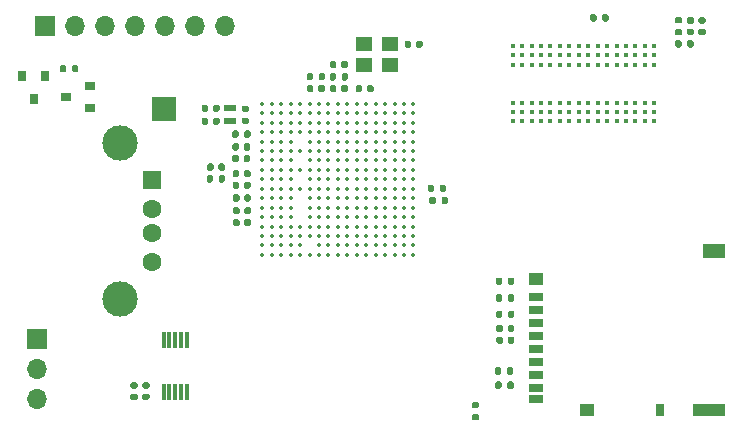
<source format=gbr>
%TF.GenerationSoftware,KiCad,Pcbnew,5.1.10-1.fc33*%
%TF.CreationDate,2021-08-29T12:40:12-07:00*%
%TF.ProjectId,hardware,68617264-7761-4726-952e-6b696361645f,rev?*%
%TF.SameCoordinates,Original*%
%TF.FileFunction,Soldermask,Top*%
%TF.FilePolarity,Negative*%
%FSLAX46Y46*%
G04 Gerber Fmt 4.6, Leading zero omitted, Abs format (unit mm)*
G04 Created by KiCad (PCBNEW 5.1.10-1.fc33) date 2021-08-29 12:40:12*
%MOMM*%
%LPD*%
G01*
G04 APERTURE LIST*
%ADD10R,0.800000X0.900000*%
%ADD11C,1.600000*%
%ADD12R,1.500000X1.600000*%
%ADD13C,3.000000*%
%ADD14R,0.900000X0.800000*%
%ADD15O,1.700000X1.700000*%
%ADD16R,1.700000X1.700000*%
%ADD17R,2.000000X2.000000*%
%ADD18R,0.300000X1.400000*%
%ADD19C,0.340000*%
%ADD20C,0.399500*%
%ADD21R,1.000000X0.500000*%
%ADD22R,1.400000X1.200000*%
%ADD23R,1.900000X1.300000*%
%ADD24R,2.800000X1.000000*%
%ADD25R,0.800000X1.000000*%
%ADD26R,1.200000X1.000000*%
%ADD27R,1.200000X0.700000*%
G04 APERTURE END LIST*
D10*
%TO.C,Q2*%
X89000000Y-102200000D03*
X88050000Y-100200000D03*
X89950000Y-100200000D03*
%TD*%
D11*
%TO.C,J2*%
X99000000Y-116000000D03*
X99000000Y-113500000D03*
X99000000Y-111500000D03*
D12*
X99000000Y-109000000D03*
D13*
X96290000Y-119070000D03*
X96290000Y-105930000D03*
%TD*%
D14*
%TO.C,Q1*%
X91750000Y-102000000D03*
X93750000Y-101050000D03*
X93750000Y-102950000D03*
%TD*%
D15*
%TO.C,J4*%
X89250000Y-127580000D03*
X89250000Y-125040000D03*
D16*
X89250000Y-122500000D03*
%TD*%
%TO.C,R25*%
G36*
G01*
X126215000Y-128840000D02*
X126585000Y-128840000D01*
G75*
G02*
X126720000Y-128975000I0J-135000D01*
G01*
X126720000Y-129245000D01*
G75*
G02*
X126585000Y-129380000I-135000J0D01*
G01*
X126215000Y-129380000D01*
G75*
G02*
X126080000Y-129245000I0J135000D01*
G01*
X126080000Y-128975000D01*
G75*
G02*
X126215000Y-128840000I135000J0D01*
G01*
G37*
G36*
G01*
X126215000Y-127820000D02*
X126585000Y-127820000D01*
G75*
G02*
X126720000Y-127955000I0J-135000D01*
G01*
X126720000Y-128225000D01*
G75*
G02*
X126585000Y-128360000I-135000J0D01*
G01*
X126215000Y-128360000D01*
G75*
G02*
X126080000Y-128225000I0J135000D01*
G01*
X126080000Y-127955000D01*
G75*
G02*
X126215000Y-127820000I135000J0D01*
G01*
G37*
%TD*%
%TO.C,R21*%
G36*
G01*
X129146900Y-119185000D02*
X129146900Y-118815000D01*
G75*
G02*
X129281900Y-118680000I135000J0D01*
G01*
X129551900Y-118680000D01*
G75*
G02*
X129686900Y-118815000I0J-135000D01*
G01*
X129686900Y-119185000D01*
G75*
G02*
X129551900Y-119320000I-135000J0D01*
G01*
X129281900Y-119320000D01*
G75*
G02*
X129146900Y-119185000I0J135000D01*
G01*
G37*
G36*
G01*
X128126900Y-119185000D02*
X128126900Y-118815000D01*
G75*
G02*
X128261900Y-118680000I135000J0D01*
G01*
X128531900Y-118680000D01*
G75*
G02*
X128666900Y-118815000I0J-135000D01*
G01*
X128666900Y-119185000D01*
G75*
G02*
X128531900Y-119320000I-135000J0D01*
G01*
X128261900Y-119320000D01*
G75*
G02*
X128126900Y-119185000I0J135000D01*
G01*
G37*
%TD*%
D17*
%TO.C,TP1*%
X100000000Y-103000000D03*
%TD*%
%TO.C,R7*%
G36*
G01*
X91760000Y-99415000D02*
X91760000Y-99785000D01*
G75*
G02*
X91625000Y-99920000I-135000J0D01*
G01*
X91355000Y-99920000D01*
G75*
G02*
X91220000Y-99785000I0J135000D01*
G01*
X91220000Y-99415000D01*
G75*
G02*
X91355000Y-99280000I135000J0D01*
G01*
X91625000Y-99280000D01*
G75*
G02*
X91760000Y-99415000I0J-135000D01*
G01*
G37*
G36*
G01*
X92780000Y-99415000D02*
X92780000Y-99785000D01*
G75*
G02*
X92645000Y-99920000I-135000J0D01*
G01*
X92375000Y-99920000D01*
G75*
G02*
X92240000Y-99785000I0J135000D01*
G01*
X92240000Y-99415000D01*
G75*
G02*
X92375000Y-99280000I135000J0D01*
G01*
X92645000Y-99280000D01*
G75*
G02*
X92780000Y-99415000I0J-135000D01*
G01*
G37*
%TD*%
D15*
%TO.C,J3*%
X105240000Y-96000000D03*
X102700000Y-96000000D03*
X100160000Y-96000000D03*
X97620000Y-96000000D03*
X95080000Y-96000000D03*
X92540000Y-96000000D03*
D16*
X90000000Y-96000000D03*
%TD*%
%TO.C,C11*%
G36*
G01*
X98670000Y-126700000D02*
X98330000Y-126700000D01*
G75*
G02*
X98190000Y-126560000I0J140000D01*
G01*
X98190000Y-126280000D01*
G75*
G02*
X98330000Y-126140000I140000J0D01*
G01*
X98670000Y-126140000D01*
G75*
G02*
X98810000Y-126280000I0J-140000D01*
G01*
X98810000Y-126560000D01*
G75*
G02*
X98670000Y-126700000I-140000J0D01*
G01*
G37*
G36*
G01*
X98670000Y-127660000D02*
X98330000Y-127660000D01*
G75*
G02*
X98190000Y-127520000I0J140000D01*
G01*
X98190000Y-127240000D01*
G75*
G02*
X98330000Y-127100000I140000J0D01*
G01*
X98670000Y-127100000D01*
G75*
G02*
X98810000Y-127240000I0J-140000D01*
G01*
X98810000Y-127520000D01*
G75*
G02*
X98670000Y-127660000I-140000J0D01*
G01*
G37*
%TD*%
%TO.C,C10*%
G36*
G01*
X97670000Y-126700000D02*
X97330000Y-126700000D01*
G75*
G02*
X97190000Y-126560000I0J140000D01*
G01*
X97190000Y-126280000D01*
G75*
G02*
X97330000Y-126140000I140000J0D01*
G01*
X97670000Y-126140000D01*
G75*
G02*
X97810000Y-126280000I0J-140000D01*
G01*
X97810000Y-126560000D01*
G75*
G02*
X97670000Y-126700000I-140000J0D01*
G01*
G37*
G36*
G01*
X97670000Y-127660000D02*
X97330000Y-127660000D01*
G75*
G02*
X97190000Y-127520000I0J140000D01*
G01*
X97190000Y-127240000D01*
G75*
G02*
X97330000Y-127100000I140000J0D01*
G01*
X97670000Y-127100000D01*
G75*
G02*
X97810000Y-127240000I0J-140000D01*
G01*
X97810000Y-127520000D01*
G75*
G02*
X97670000Y-127660000I-140000J0D01*
G01*
G37*
%TD*%
D18*
%TO.C,U3*%
X100000000Y-122550000D03*
X100500000Y-122550000D03*
X101000000Y-122550000D03*
X101500000Y-122550000D03*
X102000000Y-122550000D03*
X102000000Y-126950000D03*
X101500000Y-126950000D03*
X101000000Y-126950000D03*
X100500000Y-126950000D03*
X100000000Y-126950000D03*
%TD*%
%TO.C,R27*%
G36*
G01*
X123531600Y-110929000D02*
X123531600Y-110559000D01*
G75*
G02*
X123666600Y-110424000I135000J0D01*
G01*
X123936600Y-110424000D01*
G75*
G02*
X124071600Y-110559000I0J-135000D01*
G01*
X124071600Y-110929000D01*
G75*
G02*
X123936600Y-111064000I-135000J0D01*
G01*
X123666600Y-111064000D01*
G75*
G02*
X123531600Y-110929000I0J135000D01*
G01*
G37*
G36*
G01*
X122511600Y-110929000D02*
X122511600Y-110559000D01*
G75*
G02*
X122646600Y-110424000I135000J0D01*
G01*
X122916600Y-110424000D01*
G75*
G02*
X123051600Y-110559000I0J-135000D01*
G01*
X123051600Y-110929000D01*
G75*
G02*
X122916600Y-111064000I-135000J0D01*
G01*
X122646600Y-111064000D01*
G75*
G02*
X122511600Y-110929000I0J135000D01*
G01*
G37*
%TD*%
D19*
%TO.C,U2*%
X108357200Y-102566000D03*
X109157200Y-102566000D03*
X109957200Y-102566000D03*
X110757200Y-102566000D03*
X111557200Y-102566000D03*
X112357200Y-102566000D03*
X113157200Y-102566000D03*
X113957200Y-102566000D03*
X114757200Y-102566000D03*
X115557200Y-102566000D03*
X116357200Y-102566000D03*
X117157200Y-102566000D03*
X117957200Y-102566000D03*
X118757200Y-102566000D03*
X119557200Y-102566000D03*
X120357200Y-102566000D03*
X121157200Y-102566000D03*
X108357200Y-103366000D03*
X109157200Y-103366000D03*
X109957200Y-103366000D03*
X110757200Y-103366000D03*
X111557200Y-103366000D03*
X112357200Y-103366000D03*
X113157200Y-103366000D03*
X113957200Y-103366000D03*
X114757200Y-103366000D03*
X115557200Y-103366000D03*
X116357200Y-103366000D03*
X117157200Y-103366000D03*
X117957200Y-103366000D03*
X118757200Y-103366000D03*
X119557200Y-103366000D03*
X120357200Y-103366000D03*
X121157200Y-103366000D03*
X108357200Y-104166000D03*
X109157200Y-104166000D03*
X109957200Y-104166000D03*
X110757200Y-104166000D03*
X111557200Y-104166000D03*
X112357200Y-104166000D03*
X113157200Y-104166000D03*
X113957200Y-104166000D03*
X114757200Y-104166000D03*
X115557200Y-104166000D03*
X116357200Y-104166000D03*
X117157200Y-104166000D03*
X117957200Y-104166000D03*
X118757200Y-104166000D03*
X119557200Y-104166000D03*
X120357200Y-104166000D03*
X121157200Y-104166000D03*
X108357200Y-104966000D03*
X109157200Y-104966000D03*
X109957200Y-104966000D03*
X110757200Y-104966000D03*
X111557200Y-104966000D03*
X112357200Y-104966000D03*
X113157200Y-104966000D03*
X113957200Y-104966000D03*
X114757200Y-104966000D03*
X115557200Y-104966000D03*
X116357200Y-104966000D03*
X117157200Y-104966000D03*
X117957200Y-104966000D03*
X118757200Y-104966000D03*
X119557200Y-104966000D03*
X120357200Y-104966000D03*
X121157200Y-104966000D03*
X108357200Y-105766000D03*
X109157200Y-105766000D03*
X109957200Y-105766000D03*
X110757200Y-105766000D03*
X112357200Y-105766000D03*
X113157200Y-105766000D03*
X113957200Y-105766000D03*
X114757200Y-105766000D03*
X115557200Y-105766000D03*
X116357200Y-105766000D03*
X117157200Y-105766000D03*
X117957200Y-105766000D03*
X118757200Y-105766000D03*
X119557200Y-105766000D03*
X120357200Y-105766000D03*
X121157200Y-105766000D03*
X108357200Y-106566000D03*
X109157200Y-106566000D03*
X109957200Y-106566000D03*
X110757200Y-106566000D03*
X111557200Y-106566000D03*
X112357200Y-106566000D03*
X113157200Y-106566000D03*
X113957200Y-106566000D03*
X114757200Y-106566000D03*
X115557200Y-106566000D03*
X116357200Y-106566000D03*
X117157200Y-106566000D03*
X117957200Y-106566000D03*
X118757200Y-106566000D03*
X119557200Y-106566000D03*
X120357200Y-106566000D03*
X121157200Y-106566000D03*
X108357200Y-107366000D03*
X109157200Y-107366000D03*
X109957200Y-107366000D03*
X110757200Y-107366000D03*
X112357200Y-107366000D03*
X113157200Y-107366000D03*
X113957200Y-107366000D03*
X114757200Y-107366000D03*
X115557200Y-107366000D03*
X116357200Y-107366000D03*
X117157200Y-107366000D03*
X117957200Y-107366000D03*
X118757200Y-107366000D03*
X119557200Y-107366000D03*
X120357200Y-107366000D03*
X121157200Y-107366000D03*
X108357200Y-108166000D03*
X109157200Y-108166000D03*
X109957200Y-108166000D03*
X110757200Y-108166000D03*
X111557200Y-108166000D03*
X112357200Y-108166000D03*
X113157200Y-108166000D03*
X113957200Y-108166000D03*
X114757200Y-108166000D03*
X115557200Y-108166000D03*
X116357200Y-108166000D03*
X117157200Y-108166000D03*
X117957200Y-108166000D03*
X118757200Y-108166000D03*
X119557200Y-108166000D03*
X120357200Y-108166000D03*
X121157200Y-108166000D03*
X108357200Y-108966000D03*
X109157200Y-108966000D03*
X109957200Y-108966000D03*
X110757200Y-108966000D03*
X112357200Y-108966000D03*
X113157200Y-108966000D03*
X113957200Y-108966000D03*
X114757200Y-108966000D03*
X115557200Y-108966000D03*
X116357200Y-108966000D03*
X117157200Y-108966000D03*
X117957200Y-108966000D03*
X118757200Y-108966000D03*
X119557200Y-108966000D03*
X120357200Y-108966000D03*
X121157200Y-108966000D03*
X108357200Y-109766000D03*
X109157200Y-109766000D03*
X109957200Y-109766000D03*
X110757200Y-109766000D03*
X111557200Y-109766000D03*
X112357200Y-109766000D03*
X113157200Y-109766000D03*
X113957200Y-109766000D03*
X114757200Y-109766000D03*
X115557200Y-109766000D03*
X116357200Y-109766000D03*
X117157200Y-109766000D03*
X117957200Y-109766000D03*
X118757200Y-109766000D03*
X119557200Y-109766000D03*
X120357200Y-109766000D03*
X121157200Y-109766000D03*
X108357200Y-110566000D03*
X109157200Y-110566000D03*
X109957200Y-110566000D03*
X110757200Y-110566000D03*
X112357200Y-110566000D03*
X113157200Y-110566000D03*
X113957200Y-110566000D03*
X114757200Y-110566000D03*
X115557200Y-110566000D03*
X116357200Y-110566000D03*
X117157200Y-110566000D03*
X117957200Y-110566000D03*
X118757200Y-110566000D03*
X119557200Y-110566000D03*
X120357200Y-110566000D03*
X121157200Y-110566000D03*
X108357200Y-111366000D03*
X109157200Y-111366000D03*
X109957200Y-111366000D03*
X110757200Y-111366000D03*
X112357200Y-111366000D03*
X113157200Y-111366000D03*
X113957200Y-111366000D03*
X114757200Y-111366000D03*
X115557200Y-111366000D03*
X116357200Y-111366000D03*
X117157200Y-111366000D03*
X117957200Y-111366000D03*
X118757200Y-111366000D03*
X119557200Y-111366000D03*
X120357200Y-111366000D03*
X121157200Y-111366000D03*
X108357200Y-112166000D03*
X109157200Y-112166000D03*
X109957200Y-112166000D03*
X110757200Y-112166000D03*
X112357200Y-112166000D03*
X113157200Y-112166000D03*
X113957200Y-112166000D03*
X114757200Y-112166000D03*
X115557200Y-112166000D03*
X116357200Y-112166000D03*
X117157200Y-112166000D03*
X117957200Y-112166000D03*
X118757200Y-112166000D03*
X119557200Y-112166000D03*
X120357200Y-112166000D03*
X121157200Y-112166000D03*
X108357200Y-112966000D03*
X109157200Y-112966000D03*
X109957200Y-112966000D03*
X110757200Y-112966000D03*
X111557200Y-112966000D03*
X112357200Y-112966000D03*
X113157200Y-112966000D03*
X113957200Y-112966000D03*
X114757200Y-112966000D03*
X115557200Y-112966000D03*
X116357200Y-112966000D03*
X117157200Y-112966000D03*
X117957200Y-112966000D03*
X118757200Y-112966000D03*
X119557200Y-112966000D03*
X120357200Y-112966000D03*
X121157200Y-112966000D03*
X108357200Y-113766000D03*
X109157200Y-113766000D03*
X109957200Y-113766000D03*
X110757200Y-113766000D03*
X111557200Y-113766000D03*
X112357200Y-113766000D03*
X113157200Y-113766000D03*
X113957200Y-113766000D03*
X114757200Y-113766000D03*
X115557200Y-113766000D03*
X116357200Y-113766000D03*
X117157200Y-113766000D03*
X117957200Y-113766000D03*
X118757200Y-113766000D03*
X119557200Y-113766000D03*
X120357200Y-113766000D03*
X121157200Y-113766000D03*
X108357200Y-114566000D03*
X109157200Y-114566000D03*
X109957200Y-114566000D03*
X110757200Y-114566000D03*
X111557200Y-114566000D03*
X113157200Y-114566000D03*
X113957200Y-114566000D03*
X114757200Y-114566000D03*
X115557200Y-114566000D03*
X116357200Y-114566000D03*
X117157200Y-114566000D03*
X117957200Y-114566000D03*
X118757200Y-114566000D03*
X119557200Y-114566000D03*
X120357200Y-114566000D03*
X121157200Y-114566000D03*
X108357200Y-115366000D03*
X109157200Y-115366000D03*
X109957200Y-115366000D03*
X110757200Y-115366000D03*
X111557200Y-115366000D03*
X112357200Y-115366000D03*
X113157200Y-115366000D03*
X113957200Y-115366000D03*
X114757200Y-115366000D03*
X115557200Y-115366000D03*
X116357200Y-115366000D03*
X117157200Y-115366000D03*
X117957200Y-115366000D03*
X118757200Y-115366000D03*
X119557200Y-115366000D03*
X120357200Y-115366000D03*
X121157200Y-115366000D03*
%TD*%
D20*
%TO.C,U1*%
X141553200Y-97663200D03*
X141553200Y-98463200D03*
X141553200Y-99263200D03*
X141553200Y-102463200D03*
X141553200Y-103263200D03*
X141553200Y-104063200D03*
X140753200Y-97663200D03*
X140753200Y-98463200D03*
X140753200Y-99263200D03*
X140753200Y-102463200D03*
X140753200Y-103263200D03*
X140753200Y-104063200D03*
X139953200Y-97663200D03*
X139953200Y-98463200D03*
X139953200Y-99263200D03*
X139953200Y-102463200D03*
X139953200Y-103263200D03*
X139953200Y-104063200D03*
X139153200Y-97663200D03*
X139153200Y-98463200D03*
X139153200Y-99263200D03*
X139153200Y-102463200D03*
X139153200Y-103263200D03*
X139153200Y-104063200D03*
X138353200Y-97663200D03*
X138353200Y-98463200D03*
X138353200Y-99263200D03*
X138353200Y-102463200D03*
X138353200Y-103263200D03*
X138353200Y-104063200D03*
X137553200Y-97663200D03*
X137553200Y-98463200D03*
X137553200Y-99263200D03*
X137553200Y-102463200D03*
X137553200Y-103263200D03*
X137553200Y-104063200D03*
X136753200Y-97663200D03*
X136753200Y-98463200D03*
X136753200Y-99263200D03*
X136753200Y-102463200D03*
X136753200Y-103263200D03*
X136753200Y-104063200D03*
X135953200Y-97663200D03*
X135953200Y-98463200D03*
X135953200Y-99263200D03*
X135953200Y-102463200D03*
X135953200Y-103263200D03*
X135953200Y-104063200D03*
X135153200Y-97663200D03*
X135153200Y-98463200D03*
X135153200Y-99263200D03*
X135153200Y-102463200D03*
X135153200Y-103263200D03*
X135153200Y-104063200D03*
X134353200Y-97663200D03*
X134353200Y-98463200D03*
X134353200Y-99263200D03*
X134353200Y-102463200D03*
X134353200Y-103263200D03*
X134353200Y-104063200D03*
X133553200Y-97663200D03*
X133553200Y-98463200D03*
X133553200Y-99263200D03*
X133553200Y-102463200D03*
X133553200Y-103263200D03*
X133553200Y-104063200D03*
X132753200Y-97663200D03*
X132753200Y-98463200D03*
X132753200Y-99263200D03*
X132753200Y-102463200D03*
X132753200Y-103263200D03*
X132753200Y-104063200D03*
X131953200Y-97663200D03*
X131953200Y-98463200D03*
X131953200Y-99263200D03*
X131953200Y-102463200D03*
X131953200Y-103263200D03*
X131953200Y-104063200D03*
X131153200Y-97663200D03*
X131153200Y-98463200D03*
X131153200Y-99263200D03*
X131153200Y-102463200D03*
X131153200Y-103263200D03*
X131153200Y-104063200D03*
X130353200Y-97663200D03*
X130353200Y-98463200D03*
X130353200Y-99263200D03*
X130353200Y-102463200D03*
X130353200Y-103263200D03*
X130353200Y-104063200D03*
X129553200Y-97663200D03*
X129553200Y-98463200D03*
X129553200Y-99263200D03*
X129553200Y-102463200D03*
X129553200Y-103263200D03*
X129553200Y-104063200D03*
%TD*%
%TO.C,R28*%
G36*
G01*
X123379200Y-109913000D02*
X123379200Y-109543000D01*
G75*
G02*
X123514200Y-109408000I135000J0D01*
G01*
X123784200Y-109408000D01*
G75*
G02*
X123919200Y-109543000I0J-135000D01*
G01*
X123919200Y-109913000D01*
G75*
G02*
X123784200Y-110048000I-135000J0D01*
G01*
X123514200Y-110048000D01*
G75*
G02*
X123379200Y-109913000I0J135000D01*
G01*
G37*
G36*
G01*
X122359200Y-109913000D02*
X122359200Y-109543000D01*
G75*
G02*
X122494200Y-109408000I135000J0D01*
G01*
X122764200Y-109408000D01*
G75*
G02*
X122899200Y-109543000I0J-135000D01*
G01*
X122899200Y-109913000D01*
G75*
G02*
X122764200Y-110048000I-135000J0D01*
G01*
X122494200Y-110048000D01*
G75*
G02*
X122359200Y-109913000I0J135000D01*
G01*
G37*
%TD*%
%TO.C,C104*%
G36*
G01*
X106403800Y-108313400D02*
X106403800Y-108653400D01*
G75*
G02*
X106263800Y-108793400I-140000J0D01*
G01*
X105983800Y-108793400D01*
G75*
G02*
X105843800Y-108653400I0J140000D01*
G01*
X105843800Y-108313400D01*
G75*
G02*
X105983800Y-108173400I140000J0D01*
G01*
X106263800Y-108173400D01*
G75*
G02*
X106403800Y-108313400I0J-140000D01*
G01*
G37*
G36*
G01*
X107363800Y-108313400D02*
X107363800Y-108653400D01*
G75*
G02*
X107223800Y-108793400I-140000J0D01*
G01*
X106943800Y-108793400D01*
G75*
G02*
X106803800Y-108653400I0J140000D01*
G01*
X106803800Y-108313400D01*
G75*
G02*
X106943800Y-108173400I140000J0D01*
G01*
X107223800Y-108173400D01*
G75*
G02*
X107363800Y-108313400I0J-140000D01*
G01*
G37*
%TD*%
%TO.C,C103*%
G36*
G01*
X106403800Y-109304000D02*
X106403800Y-109644000D01*
G75*
G02*
X106263800Y-109784000I-140000J0D01*
G01*
X105983800Y-109784000D01*
G75*
G02*
X105843800Y-109644000I0J140000D01*
G01*
X105843800Y-109304000D01*
G75*
G02*
X105983800Y-109164000I140000J0D01*
G01*
X106263800Y-109164000D01*
G75*
G02*
X106403800Y-109304000I0J-140000D01*
G01*
G37*
G36*
G01*
X107363800Y-109304000D02*
X107363800Y-109644000D01*
G75*
G02*
X107223800Y-109784000I-140000J0D01*
G01*
X106943800Y-109784000D01*
G75*
G02*
X106803800Y-109644000I0J140000D01*
G01*
X106803800Y-109304000D01*
G75*
G02*
X106943800Y-109164000I140000J0D01*
G01*
X107223800Y-109164000D01*
G75*
G02*
X107363800Y-109304000I0J-140000D01*
G01*
G37*
%TD*%
%TO.C,C102*%
G36*
G01*
X104242260Y-107757140D02*
X104242260Y-108097140D01*
G75*
G02*
X104102260Y-108237140I-140000J0D01*
G01*
X103822260Y-108237140D01*
G75*
G02*
X103682260Y-108097140I0J140000D01*
G01*
X103682260Y-107757140D01*
G75*
G02*
X103822260Y-107617140I140000J0D01*
G01*
X104102260Y-107617140D01*
G75*
G02*
X104242260Y-107757140I0J-140000D01*
G01*
G37*
G36*
G01*
X105202260Y-107757140D02*
X105202260Y-108097140D01*
G75*
G02*
X105062260Y-108237140I-140000J0D01*
G01*
X104782260Y-108237140D01*
G75*
G02*
X104642260Y-108097140I0J140000D01*
G01*
X104642260Y-107757140D01*
G75*
G02*
X104782260Y-107617140I140000J0D01*
G01*
X105062260Y-107617140D01*
G75*
G02*
X105202260Y-107757140I0J-140000D01*
G01*
G37*
%TD*%
%TO.C,C101*%
G36*
G01*
X106429200Y-110370800D02*
X106429200Y-110710800D01*
G75*
G02*
X106289200Y-110850800I-140000J0D01*
G01*
X106009200Y-110850800D01*
G75*
G02*
X105869200Y-110710800I0J140000D01*
G01*
X105869200Y-110370800D01*
G75*
G02*
X106009200Y-110230800I140000J0D01*
G01*
X106289200Y-110230800D01*
G75*
G02*
X106429200Y-110370800I0J-140000D01*
G01*
G37*
G36*
G01*
X107389200Y-110370800D02*
X107389200Y-110710800D01*
G75*
G02*
X107249200Y-110850800I-140000J0D01*
G01*
X106969200Y-110850800D01*
G75*
G02*
X106829200Y-110710800I0J140000D01*
G01*
X106829200Y-110370800D01*
G75*
G02*
X106969200Y-110230800I140000J0D01*
G01*
X107249200Y-110230800D01*
G75*
G02*
X107389200Y-110370800I0J-140000D01*
G01*
G37*
%TD*%
%TO.C,C100*%
G36*
G01*
X106778400Y-106387720D02*
X106778400Y-106047720D01*
G75*
G02*
X106918400Y-105907720I140000J0D01*
G01*
X107198400Y-105907720D01*
G75*
G02*
X107338400Y-106047720I0J-140000D01*
G01*
X107338400Y-106387720D01*
G75*
G02*
X107198400Y-106527720I-140000J0D01*
G01*
X106918400Y-106527720D01*
G75*
G02*
X106778400Y-106387720I0J140000D01*
G01*
G37*
G36*
G01*
X105818400Y-106387720D02*
X105818400Y-106047720D01*
G75*
G02*
X105958400Y-105907720I140000J0D01*
G01*
X106238400Y-105907720D01*
G75*
G02*
X106378400Y-106047720I0J-140000D01*
G01*
X106378400Y-106387720D01*
G75*
G02*
X106238400Y-106527720I-140000J0D01*
G01*
X105958400Y-106527720D01*
G75*
G02*
X105818400Y-106387720I0J140000D01*
G01*
G37*
%TD*%
%TO.C,C98*%
G36*
G01*
X114638480Y-99077960D02*
X114638480Y-99417960D01*
G75*
G02*
X114498480Y-99557960I-140000J0D01*
G01*
X114218480Y-99557960D01*
G75*
G02*
X114078480Y-99417960I0J140000D01*
G01*
X114078480Y-99077960D01*
G75*
G02*
X114218480Y-98937960I140000J0D01*
G01*
X114498480Y-98937960D01*
G75*
G02*
X114638480Y-99077960I0J-140000D01*
G01*
G37*
G36*
G01*
X115598480Y-99077960D02*
X115598480Y-99417960D01*
G75*
G02*
X115458480Y-99557960I-140000J0D01*
G01*
X115178480Y-99557960D01*
G75*
G02*
X115038480Y-99417960I0J140000D01*
G01*
X115038480Y-99077960D01*
G75*
G02*
X115178480Y-98937960I140000J0D01*
G01*
X115458480Y-98937960D01*
G75*
G02*
X115598480Y-99077960I0J-140000D01*
G01*
G37*
%TD*%
%TO.C,C97*%
G36*
G01*
X121365680Y-97700920D02*
X121365680Y-97360920D01*
G75*
G02*
X121505680Y-97220920I140000J0D01*
G01*
X121785680Y-97220920D01*
G75*
G02*
X121925680Y-97360920I0J-140000D01*
G01*
X121925680Y-97700920D01*
G75*
G02*
X121785680Y-97840920I-140000J0D01*
G01*
X121505680Y-97840920D01*
G75*
G02*
X121365680Y-97700920I0J140000D01*
G01*
G37*
G36*
G01*
X120405680Y-97700920D02*
X120405680Y-97360920D01*
G75*
G02*
X120545680Y-97220920I140000J0D01*
G01*
X120825680Y-97220920D01*
G75*
G02*
X120965680Y-97360920I0J-140000D01*
G01*
X120965680Y-97700920D01*
G75*
G02*
X120825680Y-97840920I-140000J0D01*
G01*
X120545680Y-97840920D01*
G75*
G02*
X120405680Y-97700920I0J140000D01*
G01*
G37*
%TD*%
%TO.C,C96*%
G36*
G01*
X104177440Y-103131440D02*
X104177440Y-102791440D01*
G75*
G02*
X104317440Y-102651440I140000J0D01*
G01*
X104597440Y-102651440D01*
G75*
G02*
X104737440Y-102791440I0J-140000D01*
G01*
X104737440Y-103131440D01*
G75*
G02*
X104597440Y-103271440I-140000J0D01*
G01*
X104317440Y-103271440D01*
G75*
G02*
X104177440Y-103131440I0J140000D01*
G01*
G37*
G36*
G01*
X103217440Y-103131440D02*
X103217440Y-102791440D01*
G75*
G02*
X103357440Y-102651440I140000J0D01*
G01*
X103637440Y-102651440D01*
G75*
G02*
X103777440Y-102791440I0J-140000D01*
G01*
X103777440Y-103131440D01*
G75*
G02*
X103637440Y-103271440I-140000J0D01*
G01*
X103357440Y-103271440D01*
G75*
G02*
X103217440Y-103131440I0J140000D01*
G01*
G37*
%TD*%
%TO.C,C95*%
G36*
G01*
X104177440Y-104233800D02*
X104177440Y-103893800D01*
G75*
G02*
X104317440Y-103753800I140000J0D01*
G01*
X104597440Y-103753800D01*
G75*
G02*
X104737440Y-103893800I0J-140000D01*
G01*
X104737440Y-104233800D01*
G75*
G02*
X104597440Y-104373800I-140000J0D01*
G01*
X104317440Y-104373800D01*
G75*
G02*
X104177440Y-104233800I0J140000D01*
G01*
G37*
G36*
G01*
X103217440Y-104233800D02*
X103217440Y-103893800D01*
G75*
G02*
X103357440Y-103753800I140000J0D01*
G01*
X103637440Y-103753800D01*
G75*
G02*
X103777440Y-103893800I0J-140000D01*
G01*
X103777440Y-104233800D01*
G75*
G02*
X103637440Y-104373800I-140000J0D01*
G01*
X103357440Y-104373800D01*
G75*
G02*
X103217440Y-104233800I0J140000D01*
G01*
G37*
%TD*%
%TO.C,C94*%
G36*
G01*
X128737380Y-121426060D02*
X128737380Y-121766060D01*
G75*
G02*
X128597380Y-121906060I-140000J0D01*
G01*
X128317380Y-121906060D01*
G75*
G02*
X128177380Y-121766060I0J140000D01*
G01*
X128177380Y-121426060D01*
G75*
G02*
X128317380Y-121286060I140000J0D01*
G01*
X128597380Y-121286060D01*
G75*
G02*
X128737380Y-121426060I0J-140000D01*
G01*
G37*
G36*
G01*
X129697380Y-121426060D02*
X129697380Y-121766060D01*
G75*
G02*
X129557380Y-121906060I-140000J0D01*
G01*
X129277380Y-121906060D01*
G75*
G02*
X129137380Y-121766060I0J140000D01*
G01*
X129137380Y-121426060D01*
G75*
G02*
X129277380Y-121286060I140000J0D01*
G01*
X129557380Y-121286060D01*
G75*
G02*
X129697380Y-121426060I0J-140000D01*
G01*
G37*
%TD*%
%TO.C,C93*%
G36*
G01*
X128737380Y-122421740D02*
X128737380Y-122761740D01*
G75*
G02*
X128597380Y-122901740I-140000J0D01*
G01*
X128317380Y-122901740D01*
G75*
G02*
X128177380Y-122761740I0J140000D01*
G01*
X128177380Y-122421740D01*
G75*
G02*
X128317380Y-122281740I140000J0D01*
G01*
X128597380Y-122281740D01*
G75*
G02*
X128737380Y-122421740I0J-140000D01*
G01*
G37*
G36*
G01*
X129697380Y-122421740D02*
X129697380Y-122761740D01*
G75*
G02*
X129557380Y-122901740I-140000J0D01*
G01*
X129277380Y-122901740D01*
G75*
G02*
X129137380Y-122761740I0J140000D01*
G01*
X129137380Y-122421740D01*
G75*
G02*
X129277380Y-122281740I140000J0D01*
G01*
X129557380Y-122281740D01*
G75*
G02*
X129697380Y-122421740I0J-140000D01*
G01*
G37*
%TD*%
%TO.C,C78*%
G36*
G01*
X145430000Y-96200000D02*
X145770000Y-96200000D01*
G75*
G02*
X145910000Y-96340000I0J-140000D01*
G01*
X145910000Y-96620000D01*
G75*
G02*
X145770000Y-96760000I-140000J0D01*
G01*
X145430000Y-96760000D01*
G75*
G02*
X145290000Y-96620000I0J140000D01*
G01*
X145290000Y-96340000D01*
G75*
G02*
X145430000Y-96200000I140000J0D01*
G01*
G37*
G36*
G01*
X145430000Y-95240000D02*
X145770000Y-95240000D01*
G75*
G02*
X145910000Y-95380000I0J-140000D01*
G01*
X145910000Y-95660000D01*
G75*
G02*
X145770000Y-95800000I-140000J0D01*
G01*
X145430000Y-95800000D01*
G75*
G02*
X145290000Y-95660000I0J140000D01*
G01*
X145290000Y-95380000D01*
G75*
G02*
X145430000Y-95240000I140000J0D01*
G01*
G37*
%TD*%
%TO.C,C73*%
G36*
G01*
X116817800Y-101125200D02*
X116817800Y-101465200D01*
G75*
G02*
X116677800Y-101605200I-140000J0D01*
G01*
X116397800Y-101605200D01*
G75*
G02*
X116257800Y-101465200I0J140000D01*
G01*
X116257800Y-101125200D01*
G75*
G02*
X116397800Y-100985200I140000J0D01*
G01*
X116677800Y-100985200D01*
G75*
G02*
X116817800Y-101125200I0J-140000D01*
G01*
G37*
G36*
G01*
X117777800Y-101125200D02*
X117777800Y-101465200D01*
G75*
G02*
X117637800Y-101605200I-140000J0D01*
G01*
X117357800Y-101605200D01*
G75*
G02*
X117217800Y-101465200I0J140000D01*
G01*
X117217800Y-101125200D01*
G75*
G02*
X117357800Y-100985200I140000J0D01*
G01*
X117637800Y-100985200D01*
G75*
G02*
X117777800Y-101125200I0J-140000D01*
G01*
G37*
%TD*%
%TO.C,C33*%
G36*
G01*
X106378400Y-107043400D02*
X106378400Y-107383400D01*
G75*
G02*
X106238400Y-107523400I-140000J0D01*
G01*
X105958400Y-107523400D01*
G75*
G02*
X105818400Y-107383400I0J140000D01*
G01*
X105818400Y-107043400D01*
G75*
G02*
X105958400Y-106903400I140000J0D01*
G01*
X106238400Y-106903400D01*
G75*
G02*
X106378400Y-107043400I0J-140000D01*
G01*
G37*
G36*
G01*
X107338400Y-107043400D02*
X107338400Y-107383400D01*
G75*
G02*
X107198400Y-107523400I-140000J0D01*
G01*
X106918400Y-107523400D01*
G75*
G02*
X106778400Y-107383400I0J140000D01*
G01*
X106778400Y-107043400D01*
G75*
G02*
X106918400Y-106903400I140000J0D01*
G01*
X107198400Y-106903400D01*
G75*
G02*
X107338400Y-107043400I0J-140000D01*
G01*
G37*
%TD*%
%TO.C,C30*%
G36*
G01*
X106429200Y-112453600D02*
X106429200Y-112793600D01*
G75*
G02*
X106289200Y-112933600I-140000J0D01*
G01*
X106009200Y-112933600D01*
G75*
G02*
X105869200Y-112793600I0J140000D01*
G01*
X105869200Y-112453600D01*
G75*
G02*
X106009200Y-112313600I140000J0D01*
G01*
X106289200Y-112313600D01*
G75*
G02*
X106429200Y-112453600I0J-140000D01*
G01*
G37*
G36*
G01*
X107389200Y-112453600D02*
X107389200Y-112793600D01*
G75*
G02*
X107249200Y-112933600I-140000J0D01*
G01*
X106969200Y-112933600D01*
G75*
G02*
X106829200Y-112793600I0J140000D01*
G01*
X106829200Y-112453600D01*
G75*
G02*
X106969200Y-112313600I140000J0D01*
G01*
X107249200Y-112313600D01*
G75*
G02*
X107389200Y-112453600I0J-140000D01*
G01*
G37*
%TD*%
%TO.C,C29*%
G36*
G01*
X106429200Y-111463000D02*
X106429200Y-111803000D01*
G75*
G02*
X106289200Y-111943000I-140000J0D01*
G01*
X106009200Y-111943000D01*
G75*
G02*
X105869200Y-111803000I0J140000D01*
G01*
X105869200Y-111463000D01*
G75*
G02*
X106009200Y-111323000I140000J0D01*
G01*
X106289200Y-111323000D01*
G75*
G02*
X106429200Y-111463000I0J-140000D01*
G01*
G37*
G36*
G01*
X107389200Y-111463000D02*
X107389200Y-111803000D01*
G75*
G02*
X107249200Y-111943000I-140000J0D01*
G01*
X106969200Y-111943000D01*
G75*
G02*
X106829200Y-111803000I0J140000D01*
G01*
X106829200Y-111463000D01*
G75*
G02*
X106969200Y-111323000I140000J0D01*
G01*
X107249200Y-111323000D01*
G75*
G02*
X107389200Y-111463000I0J-140000D01*
G01*
G37*
%TD*%
%TO.C,C5*%
G36*
G01*
X115033400Y-101465200D02*
X115033400Y-101125200D01*
G75*
G02*
X115173400Y-100985200I140000J0D01*
G01*
X115453400Y-100985200D01*
G75*
G02*
X115593400Y-101125200I0J-140000D01*
G01*
X115593400Y-101465200D01*
G75*
G02*
X115453400Y-101605200I-140000J0D01*
G01*
X115173400Y-101605200D01*
G75*
G02*
X115033400Y-101465200I0J140000D01*
G01*
G37*
G36*
G01*
X114073400Y-101465200D02*
X114073400Y-101125200D01*
G75*
G02*
X114213400Y-100985200I140000J0D01*
G01*
X114493400Y-100985200D01*
G75*
G02*
X114633400Y-101125200I0J-140000D01*
G01*
X114633400Y-101465200D01*
G75*
G02*
X114493400Y-101605200I-140000J0D01*
G01*
X114213400Y-101605200D01*
G75*
G02*
X114073400Y-101465200I0J140000D01*
G01*
G37*
%TD*%
%TO.C,C4*%
G36*
G01*
X113090300Y-101465200D02*
X113090300Y-101125200D01*
G75*
G02*
X113230300Y-100985200I140000J0D01*
G01*
X113510300Y-100985200D01*
G75*
G02*
X113650300Y-101125200I0J-140000D01*
G01*
X113650300Y-101465200D01*
G75*
G02*
X113510300Y-101605200I-140000J0D01*
G01*
X113230300Y-101605200D01*
G75*
G02*
X113090300Y-101465200I0J140000D01*
G01*
G37*
G36*
G01*
X112130300Y-101465200D02*
X112130300Y-101125200D01*
G75*
G02*
X112270300Y-100985200I140000J0D01*
G01*
X112550300Y-100985200D01*
G75*
G02*
X112690300Y-101125200I0J-140000D01*
G01*
X112690300Y-101465200D01*
G75*
G02*
X112550300Y-101605200I-140000J0D01*
G01*
X112270300Y-101605200D01*
G75*
G02*
X112130300Y-101465200I0J140000D01*
G01*
G37*
%TD*%
%TO.C,C1*%
G36*
G01*
X144430000Y-96200000D02*
X144770000Y-96200000D01*
G75*
G02*
X144910000Y-96340000I0J-140000D01*
G01*
X144910000Y-96620000D01*
G75*
G02*
X144770000Y-96760000I-140000J0D01*
G01*
X144430000Y-96760000D01*
G75*
G02*
X144290000Y-96620000I0J140000D01*
G01*
X144290000Y-96340000D01*
G75*
G02*
X144430000Y-96200000I140000J0D01*
G01*
G37*
G36*
G01*
X144430000Y-95240000D02*
X144770000Y-95240000D01*
G75*
G02*
X144910000Y-95380000I0J-140000D01*
G01*
X144910000Y-95660000D01*
G75*
G02*
X144770000Y-95800000I-140000J0D01*
G01*
X144430000Y-95800000D01*
G75*
G02*
X144290000Y-95660000I0J140000D01*
G01*
X144290000Y-95380000D01*
G75*
G02*
X144430000Y-95240000I140000J0D01*
G01*
G37*
%TD*%
D21*
%TO.C,Y2*%
X105640840Y-102960160D03*
X105640840Y-104060160D03*
%TD*%
%TO.C,R32*%
G36*
G01*
X104659400Y-109100200D02*
X104659400Y-108730200D01*
G75*
G02*
X104794400Y-108595200I135000J0D01*
G01*
X105064400Y-108595200D01*
G75*
G02*
X105199400Y-108730200I0J-135000D01*
G01*
X105199400Y-109100200D01*
G75*
G02*
X105064400Y-109235200I-135000J0D01*
G01*
X104794400Y-109235200D01*
G75*
G02*
X104659400Y-109100200I0J135000D01*
G01*
G37*
G36*
G01*
X103639400Y-109100200D02*
X103639400Y-108730200D01*
G75*
G02*
X103774400Y-108595200I135000J0D01*
G01*
X104044400Y-108595200D01*
G75*
G02*
X104179400Y-108730200I0J-135000D01*
G01*
X104179400Y-109100200D01*
G75*
G02*
X104044400Y-109235200I-135000J0D01*
G01*
X103774400Y-109235200D01*
G75*
G02*
X103639400Y-109100200I0J135000D01*
G01*
G37*
%TD*%
%TO.C,R31*%
G36*
G01*
X106351100Y-104958300D02*
X106351100Y-105328300D01*
G75*
G02*
X106216100Y-105463300I-135000J0D01*
G01*
X105946100Y-105463300D01*
G75*
G02*
X105811100Y-105328300I0J135000D01*
G01*
X105811100Y-104958300D01*
G75*
G02*
X105946100Y-104823300I135000J0D01*
G01*
X106216100Y-104823300D01*
G75*
G02*
X106351100Y-104958300I0J-135000D01*
G01*
G37*
G36*
G01*
X107371100Y-104958300D02*
X107371100Y-105328300D01*
G75*
G02*
X107236100Y-105463300I-135000J0D01*
G01*
X106966100Y-105463300D01*
G75*
G02*
X106831100Y-105328300I0J135000D01*
G01*
X106831100Y-104958300D01*
G75*
G02*
X106966100Y-104823300I135000J0D01*
G01*
X107236100Y-104823300D01*
G75*
G02*
X107371100Y-104958300I0J-135000D01*
G01*
G37*
%TD*%
%TO.C,R29*%
G36*
G01*
X107113920Y-103265000D02*
X106743920Y-103265000D01*
G75*
G02*
X106608920Y-103130000I0J135000D01*
G01*
X106608920Y-102860000D01*
G75*
G02*
X106743920Y-102725000I135000J0D01*
G01*
X107113920Y-102725000D01*
G75*
G02*
X107248920Y-102860000I0J-135000D01*
G01*
X107248920Y-103130000D01*
G75*
G02*
X107113920Y-103265000I-135000J0D01*
G01*
G37*
G36*
G01*
X107113920Y-104285000D02*
X106743920Y-104285000D01*
G75*
G02*
X106608920Y-104150000I0J135000D01*
G01*
X106608920Y-103880000D01*
G75*
G02*
X106743920Y-103745000I135000J0D01*
G01*
X107113920Y-103745000D01*
G75*
G02*
X107248920Y-103880000I0J-135000D01*
G01*
X107248920Y-104150000D01*
G75*
G02*
X107113920Y-104285000I-135000J0D01*
G01*
G37*
%TD*%
D22*
%TO.C,Y1*%
X116933800Y-97549600D03*
X119133800Y-97549600D03*
X119133800Y-99249600D03*
X116933800Y-99249600D03*
%TD*%
%TO.C,R24*%
G36*
G01*
X129096100Y-126585000D02*
X129096100Y-126215000D01*
G75*
G02*
X129231100Y-126080000I135000J0D01*
G01*
X129501100Y-126080000D01*
G75*
G02*
X129636100Y-126215000I0J-135000D01*
G01*
X129636100Y-126585000D01*
G75*
G02*
X129501100Y-126720000I-135000J0D01*
G01*
X129231100Y-126720000D01*
G75*
G02*
X129096100Y-126585000I0J135000D01*
G01*
G37*
G36*
G01*
X128076100Y-126585000D02*
X128076100Y-126215000D01*
G75*
G02*
X128211100Y-126080000I135000J0D01*
G01*
X128481100Y-126080000D01*
G75*
G02*
X128616100Y-126215000I0J-135000D01*
G01*
X128616100Y-126585000D01*
G75*
G02*
X128481100Y-126720000I-135000J0D01*
G01*
X128211100Y-126720000D01*
G75*
G02*
X128076100Y-126585000I0J135000D01*
G01*
G37*
%TD*%
%TO.C,R23*%
G36*
G01*
X129083400Y-125385000D02*
X129083400Y-125015000D01*
G75*
G02*
X129218400Y-124880000I135000J0D01*
G01*
X129488400Y-124880000D01*
G75*
G02*
X129623400Y-125015000I0J-135000D01*
G01*
X129623400Y-125385000D01*
G75*
G02*
X129488400Y-125520000I-135000J0D01*
G01*
X129218400Y-125520000D01*
G75*
G02*
X129083400Y-125385000I0J135000D01*
G01*
G37*
G36*
G01*
X128063400Y-125385000D02*
X128063400Y-125015000D01*
G75*
G02*
X128198400Y-124880000I135000J0D01*
G01*
X128468400Y-124880000D01*
G75*
G02*
X128603400Y-125015000I0J-135000D01*
G01*
X128603400Y-125385000D01*
G75*
G02*
X128468400Y-125520000I-135000J0D01*
G01*
X128198400Y-125520000D01*
G75*
G02*
X128063400Y-125385000I0J135000D01*
G01*
G37*
%TD*%
%TO.C,R22*%
G36*
G01*
X129159600Y-120585000D02*
X129159600Y-120215000D01*
G75*
G02*
X129294600Y-120080000I135000J0D01*
G01*
X129564600Y-120080000D01*
G75*
G02*
X129699600Y-120215000I0J-135000D01*
G01*
X129699600Y-120585000D01*
G75*
G02*
X129564600Y-120720000I-135000J0D01*
G01*
X129294600Y-120720000D01*
G75*
G02*
X129159600Y-120585000I0J135000D01*
G01*
G37*
G36*
G01*
X128139600Y-120585000D02*
X128139600Y-120215000D01*
G75*
G02*
X128274600Y-120080000I135000J0D01*
G01*
X128544600Y-120080000D01*
G75*
G02*
X128679600Y-120215000I0J-135000D01*
G01*
X128679600Y-120585000D01*
G75*
G02*
X128544600Y-120720000I-135000J0D01*
G01*
X128274600Y-120720000D01*
G75*
G02*
X128139600Y-120585000I0J135000D01*
G01*
G37*
%TD*%
%TO.C,R20*%
G36*
G01*
X129146900Y-117785000D02*
X129146900Y-117415000D01*
G75*
G02*
X129281900Y-117280000I135000J0D01*
G01*
X129551900Y-117280000D01*
G75*
G02*
X129686900Y-117415000I0J-135000D01*
G01*
X129686900Y-117785000D01*
G75*
G02*
X129551900Y-117920000I-135000J0D01*
G01*
X129281900Y-117920000D01*
G75*
G02*
X129146900Y-117785000I0J135000D01*
G01*
G37*
G36*
G01*
X128126900Y-117785000D02*
X128126900Y-117415000D01*
G75*
G02*
X128261900Y-117280000I135000J0D01*
G01*
X128531900Y-117280000D01*
G75*
G02*
X128666900Y-117415000I0J-135000D01*
G01*
X128666900Y-117785000D01*
G75*
G02*
X128531900Y-117920000I-135000J0D01*
G01*
X128261900Y-117920000D01*
G75*
G02*
X128126900Y-117785000I0J135000D01*
G01*
G37*
%TD*%
D23*
%TO.C,J1*%
X146625000Y-115015600D03*
D24*
X146175000Y-128515600D03*
D25*
X142025000Y-128515600D03*
D26*
X135825000Y-128515600D03*
X131525000Y-117365600D03*
D27*
X131525000Y-125515600D03*
X131525000Y-124415600D03*
X131525000Y-123315600D03*
X131525000Y-122215600D03*
X131525000Y-121115600D03*
X131525000Y-120015600D03*
X131525000Y-118915600D03*
X131525000Y-126615600D03*
X131525000Y-127565600D03*
%TD*%
%TO.C,R5*%
G36*
G01*
X115073400Y-100464200D02*
X115073400Y-100094200D01*
G75*
G02*
X115208400Y-99959200I135000J0D01*
G01*
X115478400Y-99959200D01*
G75*
G02*
X115613400Y-100094200I0J-135000D01*
G01*
X115613400Y-100464200D01*
G75*
G02*
X115478400Y-100599200I-135000J0D01*
G01*
X115208400Y-100599200D01*
G75*
G02*
X115073400Y-100464200I0J135000D01*
G01*
G37*
G36*
G01*
X114053400Y-100464200D02*
X114053400Y-100094200D01*
G75*
G02*
X114188400Y-99959200I135000J0D01*
G01*
X114458400Y-99959200D01*
G75*
G02*
X114593400Y-100094200I0J-135000D01*
G01*
X114593400Y-100464200D01*
G75*
G02*
X114458400Y-100599200I-135000J0D01*
G01*
X114188400Y-100599200D01*
G75*
G02*
X114053400Y-100464200I0J135000D01*
G01*
G37*
%TD*%
%TO.C,R4*%
G36*
G01*
X113133480Y-100462840D02*
X113133480Y-100092840D01*
G75*
G02*
X113268480Y-99957840I135000J0D01*
G01*
X113538480Y-99957840D01*
G75*
G02*
X113673480Y-100092840I0J-135000D01*
G01*
X113673480Y-100462840D01*
G75*
G02*
X113538480Y-100597840I-135000J0D01*
G01*
X113268480Y-100597840D01*
G75*
G02*
X113133480Y-100462840I0J135000D01*
G01*
G37*
G36*
G01*
X112113480Y-100462840D02*
X112113480Y-100092840D01*
G75*
G02*
X112248480Y-99957840I135000J0D01*
G01*
X112518480Y-99957840D01*
G75*
G02*
X112653480Y-100092840I0J-135000D01*
G01*
X112653480Y-100462840D01*
G75*
G02*
X112518480Y-100597840I-135000J0D01*
G01*
X112248480Y-100597840D01*
G75*
G02*
X112113480Y-100462840I0J135000D01*
G01*
G37*
%TD*%
%TO.C,R3*%
G36*
G01*
X137140000Y-95485000D02*
X137140000Y-95115000D01*
G75*
G02*
X137275000Y-94980000I135000J0D01*
G01*
X137545000Y-94980000D01*
G75*
G02*
X137680000Y-95115000I0J-135000D01*
G01*
X137680000Y-95485000D01*
G75*
G02*
X137545000Y-95620000I-135000J0D01*
G01*
X137275000Y-95620000D01*
G75*
G02*
X137140000Y-95485000I0J135000D01*
G01*
G37*
G36*
G01*
X136120000Y-95485000D02*
X136120000Y-95115000D01*
G75*
G02*
X136255000Y-94980000I135000J0D01*
G01*
X136525000Y-94980000D01*
G75*
G02*
X136660000Y-95115000I0J-135000D01*
G01*
X136660000Y-95485000D01*
G75*
G02*
X136525000Y-95620000I-135000J0D01*
G01*
X136255000Y-95620000D01*
G75*
G02*
X136120000Y-95485000I0J135000D01*
G01*
G37*
%TD*%
%TO.C,R2*%
G36*
G01*
X144340000Y-97685000D02*
X144340000Y-97315000D01*
G75*
G02*
X144475000Y-97180000I135000J0D01*
G01*
X144745000Y-97180000D01*
G75*
G02*
X144880000Y-97315000I0J-135000D01*
G01*
X144880000Y-97685000D01*
G75*
G02*
X144745000Y-97820000I-135000J0D01*
G01*
X144475000Y-97820000D01*
G75*
G02*
X144340000Y-97685000I0J135000D01*
G01*
G37*
G36*
G01*
X143320000Y-97685000D02*
X143320000Y-97315000D01*
G75*
G02*
X143455000Y-97180000I135000J0D01*
G01*
X143725000Y-97180000D01*
G75*
G02*
X143860000Y-97315000I0J-135000D01*
G01*
X143860000Y-97685000D01*
G75*
G02*
X143725000Y-97820000I-135000J0D01*
G01*
X143455000Y-97820000D01*
G75*
G02*
X143320000Y-97685000I0J135000D01*
G01*
G37*
%TD*%
%TO.C,R1*%
G36*
G01*
X143415000Y-96240000D02*
X143785000Y-96240000D01*
G75*
G02*
X143920000Y-96375000I0J-135000D01*
G01*
X143920000Y-96645000D01*
G75*
G02*
X143785000Y-96780000I-135000J0D01*
G01*
X143415000Y-96780000D01*
G75*
G02*
X143280000Y-96645000I0J135000D01*
G01*
X143280000Y-96375000D01*
G75*
G02*
X143415000Y-96240000I135000J0D01*
G01*
G37*
G36*
G01*
X143415000Y-95220000D02*
X143785000Y-95220000D01*
G75*
G02*
X143920000Y-95355000I0J-135000D01*
G01*
X143920000Y-95625000D01*
G75*
G02*
X143785000Y-95760000I-135000J0D01*
G01*
X143415000Y-95760000D01*
G75*
G02*
X143280000Y-95625000I0J135000D01*
G01*
X143280000Y-95355000D01*
G75*
G02*
X143415000Y-95220000I135000J0D01*
G01*
G37*
%TD*%
M02*

</source>
